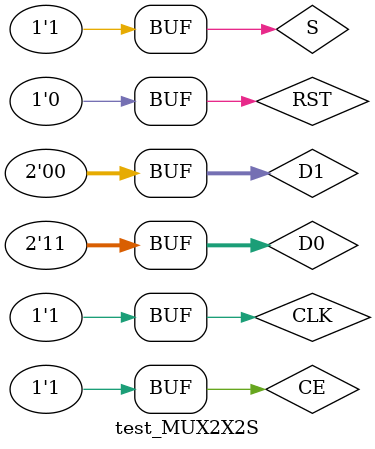
<source format=v>
`timescale 1ns / 1ps
module test_MUX2X2S;

	// Inputs
	reg [1:0] D0;
	reg [1:0] D1;
	reg S;
	reg CE;
	reg CLK;
	reg RST;

	// Outputs
	wire [1:0] Q;

	// Instantiate the Unit Under Test (UUT)
	MUX2X2S uut (
		.D0(D0), 
		.D1(D1), 
		.S(S), 
		.Q(Q), 
		.CE(CE), 
		.CLK(CLK), 
		.RST(RST)
	);

	initial begin
		// Initialize Inputs
		D0 = 0;
		D1 = 0;
		S = 0;
		CE = 1;
		CLK = 0;
		RST = 0;

		// Wait 100 ns for global reset to finish
		#100;
        
		// Add stimulus here
		#5 CLK = 0; RST = 1;
		#5 CLK = 1;
		#5 CLK = 0; RST = 0;
		#5 CLK = 1;
		#5 CLK = 0; D0 = 0; D1 = 3; S = 0;
		#5 CLK = 1;
		#5 CLK = 0; D0 = 1; D1 = 2; S = 0;
		#5 CLK = 1;
		#5 CLK = 0; D0 = 2; D1 = 1; S = 0;
		#5 CLK = 1;
		#5 CLK = 0; D0 = 3; D1 = 0; S = 0;
		#5 CLK = 1;
		#5 CLK = 0; D0 = 0; D1 = 3; S = 1;
		#5 CLK = 1;
		#5 CLK = 0; D0 = 1; D1 = 2; S = 1;
		#5 CLK = 1;
		#5 CLK = 0; D0 = 2; D1 = 1; S = 1;
		#5 CLK = 1;
		#5 CLK = 0; D0 = 3; D1 = 0; S = 1;
		#5 CLK = 1;
		#5 CLK = 0;
		#5 CLK = 1;

	end
      
endmodule


</source>
